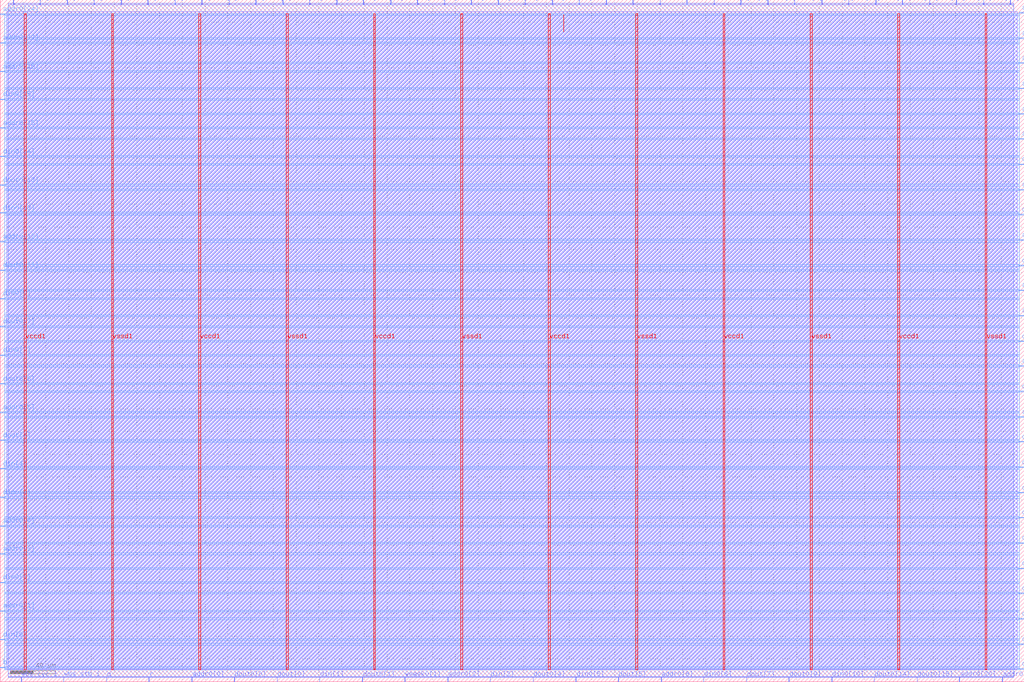
<source format=lef>
VERSION 5.7 ;
  NOWIREEXTENSIONATPIN ON ;
  DIVIDERCHAR "/" ;
  BUSBITCHARS "[]" ;
MACRO natalius_soc
  CLASS BLOCK ;
  FOREIGN natalius_soc ;
  ORIGIN 0.000 0.000 ;
  SIZE 900.000 BY 600.000 ;
  PIN addr0[0]
    DIRECTION INPUT ;
    USE SIGNAL ;
    PORT
      LAYER met2 ;
        RECT 168.450 0.000 168.730 4.000 ;
    END
  END addr0[0]
  PIN addr0[10]
    DIRECTION INPUT ;
    USE SIGNAL ;
    PORT
      LAYER met3 ;
        RECT 896.000 344.120 900.000 344.720 ;
    END
  END addr0[10]
  PIN addr0[11]
    DIRECTION INPUT ;
    USE SIGNAL ;
    PORT
      LAYER met3 ;
        RECT 896.000 388.320 900.000 388.920 ;
    END
  END addr0[11]
  PIN addr0[12]
    DIRECTION INPUT ;
    USE SIGNAL ;
    PORT
      LAYER met3 ;
        RECT 896.000 432.520 900.000 433.120 ;
    END
  END addr0[12]
  PIN addr0[13]
    DIRECTION INPUT ;
    USE SIGNAL ;
    PORT
      LAYER met3 ;
        RECT 0.000 386.960 4.000 387.560 ;
    END
  END addr0[13]
  PIN addr0[14]
    DIRECTION INPUT ;
    USE SIGNAL ;
    PORT
      LAYER met2 ;
        RECT 769.670 596.000 769.950 600.000 ;
    END
  END addr0[14]
  PIN addr0[15]
    DIRECTION INPUT ;
    USE SIGNAL ;
    PORT
      LAYER met3 ;
        RECT 0.000 486.920 4.000 487.520 ;
    END
  END addr0[15]
  PIN addr0[16]
    DIRECTION INPUT ;
    USE SIGNAL ;
    PORT
      LAYER met3 ;
        RECT 0.000 536.560 4.000 537.160 ;
    END
  END addr0[16]
  PIN addr0[17]
    DIRECTION INPUT ;
    USE SIGNAL ;
    PORT
      LAYER met3 ;
        RECT 0.000 561.720 4.000 562.320 ;
    END
  END addr0[17]
  PIN addr0[18]
    DIRECTION INPUT ;
    USE SIGNAL ;
    PORT
      LAYER met3 ;
        RECT 896.000 477.400 900.000 478.000 ;
    END
  END addr0[18]
  PIN addr0[19]
    DIRECTION INPUT ;
    USE SIGNAL ;
    PORT
      LAYER met2 ;
        RECT 793.130 596.000 793.410 600.000 ;
    END
  END addr0[19]
  PIN addr0[1]
    DIRECTION INPUT ;
    USE SIGNAL ;
    PORT
      LAYER met3 ;
        RECT 0.000 61.920 4.000 62.520 ;
    END
  END addr0[1]
  PIN addr0[20]
    DIRECTION INPUT ;
    USE SIGNAL ;
    PORT
      LAYER met2 ;
        RECT 843.270 0.000 843.550 4.000 ;
    END
  END addr0[20]
  PIN addr0[21]
    DIRECTION INPUT ;
    USE SIGNAL ;
    PORT
      LAYER met2 ;
        RECT 817.050 596.000 817.330 600.000 ;
    END
  END addr0[21]
  PIN addr0[22]
    DIRECTION INPUT ;
    USE SIGNAL ;
    PORT
      LAYER met2 ;
        RECT 840.510 596.000 840.790 600.000 ;
    END
  END addr0[22]
  PIN addr0[23]
    DIRECTION INPUT ;
    USE SIGNAL ;
    PORT
      LAYER met3 ;
        RECT 896.000 499.160 900.000 499.760 ;
    END
  END addr0[23]
  PIN addr0[24]
    DIRECTION INPUT ;
    USE SIGNAL ;
    PORT
      LAYER met3 ;
        RECT 0.000 586.880 4.000 587.480 ;
    END
  END addr0[24]
  PIN addr0[25]
    DIRECTION INPUT ;
    USE SIGNAL ;
    PORT
      LAYER met2 ;
        RECT 880.990 0.000 881.270 4.000 ;
    END
  END addr0[25]
  PIN addr0[26]
    DIRECTION INPUT ;
    USE SIGNAL ;
    PORT
      LAYER met3 ;
        RECT 896.000 521.600 900.000 522.200 ;
    END
  END addr0[26]
  PIN addr0[27]
    DIRECTION INPUT ;
    USE SIGNAL ;
    PORT
      LAYER met2 ;
        RECT 864.430 596.000 864.710 600.000 ;
    END
  END addr0[27]
  PIN addr0[28]
    DIRECTION INPUT ;
    USE SIGNAL ;
    PORT
      LAYER met3 ;
        RECT 896.000 544.040 900.000 544.640 ;
    END
  END addr0[28]
  PIN addr0[29]
    DIRECTION INPUT ;
    USE SIGNAL ;
    PORT
      LAYER met3 ;
        RECT 896.000 565.800 900.000 566.400 ;
    END
  END addr0[29]
  PIN addr0[2]
    DIRECTION INPUT ;
    USE SIGNAL ;
    PORT
      LAYER met2 ;
        RECT 393.390 0.000 393.670 4.000 ;
    END
  END addr0[2]
  PIN addr0[30]
    DIRECTION INPUT ;
    USE SIGNAL ;
    PORT
      LAYER met2 ;
        RECT 887.890 596.000 888.170 600.000 ;
    END
  END addr0[30]
  PIN addr0[31]
    DIRECTION INPUT ;
    USE SIGNAL ;
    PORT
      LAYER met3 ;
        RECT 896.000 588.240 900.000 588.840 ;
    END
  END addr0[31]
  PIN addr0[3]
    DIRECTION INPUT ;
    USE SIGNAL ;
    PORT
      LAYER met3 ;
        RECT 0.000 112.240 4.000 112.840 ;
    END
  END addr0[3]
  PIN addr0[4]
    DIRECTION INPUT ;
    USE SIGNAL ;
    PORT
      LAYER met3 ;
        RECT 0.000 136.720 4.000 137.320 ;
    END
  END addr0[4]
  PIN addr0[5]
    DIRECTION INPUT ;
    USE SIGNAL ;
    PORT
      LAYER met3 ;
        RECT 0.000 236.680 4.000 237.280 ;
    END
  END addr0[5]
  PIN addr0[6]
    DIRECTION INPUT ;
    USE SIGNAL ;
    PORT
      LAYER met2 ;
        RECT 581.070 0.000 581.350 4.000 ;
    END
  END addr0[6]
  PIN addr0[7]
    DIRECTION INPUT ;
    USE SIGNAL ;
    PORT
      LAYER met3 ;
        RECT 896.000 232.600 900.000 233.200 ;
    END
  END addr0[7]
  PIN addr0[8]
    DIRECTION INPUT ;
    USE SIGNAL ;
    PORT
      LAYER met3 ;
        RECT 896.000 277.480 900.000 278.080 ;
    END
  END addr0[8]
  PIN addr0[9]
    DIRECTION INPUT ;
    USE SIGNAL ;
    PORT
      LAYER met3 ;
        RECT 896.000 321.680 900.000 322.280 ;
    END
  END addr0[9]
  PIN b
    DIRECTION OUTPUT TRISTATE ;
    USE SIGNAL ;
    PORT
      LAYER met3 ;
        RECT 0.000 12.280 4.000 12.880 ;
    END
  END b
  PIN clk
    DIRECTION INPUT ;
    USE SIGNAL ;
    PORT
      LAYER met2 ;
        RECT 508.850 596.000 509.130 600.000 ;
    END
  END clk
  PIN din0[0]
    DIRECTION INPUT ;
    USE SIGNAL ;
    PORT
      LAYER met3 ;
        RECT 896.000 10.920 900.000 11.520 ;
    END
  END din0[0]
  PIN din0[10]
    DIRECTION INPUT ;
    USE SIGNAL ;
    PORT
      LAYER met2 ;
        RECT 731.030 0.000 731.310 4.000 ;
    END
  END din0[10]
  PIN din0[11]
    DIRECTION INPUT ;
    USE SIGNAL ;
    PORT
      LAYER met3 ;
        RECT 896.000 410.760 900.000 411.360 ;
    END
  END din0[11]
  PIN din0[12]
    DIRECTION INPUT ;
    USE SIGNAL ;
    PORT
      LAYER met2 ;
        RECT 745.750 596.000 746.030 600.000 ;
    END
  END din0[12]
  PIN din0[13]
    DIRECTION INPUT ;
    USE SIGNAL ;
    PORT
      LAYER met3 ;
        RECT 0.000 412.120 4.000 412.720 ;
    END
  END din0[13]
  PIN din0[14]
    DIRECTION INPUT ;
    USE SIGNAL ;
    PORT
      LAYER met3 ;
        RECT 0.000 461.760 4.000 462.360 ;
    END
  END din0[14]
  PIN din0[15]
    DIRECTION INPUT ;
    USE SIGNAL ;
    PORT
      LAYER met3 ;
        RECT 0.000 512.080 4.000 512.680 ;
    END
  END din0[15]
  PIN din0[1]
    DIRECTION INPUT ;
    USE SIGNAL ;
    PORT
      LAYER met3 ;
        RECT 0.000 87.080 4.000 87.680 ;
    END
  END din0[1]
  PIN din0[2]
    DIRECTION INPUT ;
    USE SIGNAL ;
    PORT
      LAYER met2 ;
        RECT 674.910 596.000 675.190 600.000 ;
    END
  END din0[2]
  PIN din0[3]
    DIRECTION INPUT ;
    USE SIGNAL ;
    PORT
      LAYER met3 ;
        RECT 896.000 77.560 900.000 78.160 ;
    END
  END din0[3]
  PIN din0[4]
    DIRECTION INPUT ;
    USE SIGNAL ;
    PORT
      LAYER met3 ;
        RECT 0.000 161.880 4.000 162.480 ;
    END
  END din0[4]
  PIN din0[5]
    DIRECTION INPUT ;
    USE SIGNAL ;
    PORT
      LAYER met2 ;
        RECT 506.090 0.000 506.370 4.000 ;
    END
  END din0[5]
  PIN din0[6]
    DIRECTION INPUT ;
    USE SIGNAL ;
    PORT
      LAYER met2 ;
        RECT 618.330 0.000 618.610 4.000 ;
    END
  END din0[6]
  PIN din0[7]
    DIRECTION INPUT ;
    USE SIGNAL ;
    PORT
      LAYER met3 ;
        RECT 0.000 287.000 4.000 287.600 ;
    END
  END din0[7]
  PIN din0[8]
    DIRECTION INPUT ;
    USE SIGNAL ;
    PORT
      LAYER met3 ;
        RECT 896.000 299.240 900.000 299.840 ;
    END
  END din0[8]
  PIN din0[9]
    DIRECTION INPUT ;
    USE SIGNAL ;
    PORT
      LAYER met3 ;
        RECT 0.000 336.640 4.000 337.240 ;
    END
  END din0[9]
  PIN din[0]
    DIRECTION INPUT ;
    USE SIGNAL ;
    PORT
      LAYER met3 ;
        RECT 0.000 36.760 4.000 37.360 ;
    END
  END din[0]
  PIN din[1]
    DIRECTION INPUT ;
    USE SIGNAL ;
    PORT
      LAYER met2 ;
        RECT 280.690 0.000 280.970 4.000 ;
    END
  END din[1]
  PIN din[2]
    DIRECTION INPUT ;
    USE SIGNAL ;
    PORT
      LAYER met2 ;
        RECT 430.650 0.000 430.930 4.000 ;
    END
  END din[2]
  PIN din[3]
    DIRECTION INPUT ;
    USE SIGNAL ;
    PORT
      LAYER met3 ;
        RECT 896.000 99.320 900.000 99.920 ;
    END
  END din[3]
  PIN din[4]
    DIRECTION INPUT ;
    USE SIGNAL ;
    PORT
      LAYER met3 ;
        RECT 0.000 187.040 4.000 187.640 ;
    END
  END din[4]
  PIN din[5]
    DIRECTION INPUT ;
    USE SIGNAL ;
    PORT
      LAYER met3 ;
        RECT 896.000 144.200 900.000 144.800 ;
    END
  END din[5]
  PIN din[6]
    DIRECTION INPUT ;
    USE SIGNAL ;
    PORT
      LAYER met3 ;
        RECT 896.000 188.400 900.000 189.000 ;
    END
  END din[6]
  PIN din[7]
    DIRECTION INPUT ;
    USE SIGNAL ;
    PORT
      LAYER met3 ;
        RECT 896.000 255.040 900.000 255.640 ;
    END
  END din[7]
  PIN dout0[0]
    DIRECTION OUTPUT TRISTATE ;
    USE SIGNAL ;
    PORT
      LAYER met2 ;
        RECT 205.710 0.000 205.990 4.000 ;
    END
  END dout0[0]
  PIN dout0[10]
    DIRECTION OUTPUT TRISTATE ;
    USE SIGNAL ;
    PORT
      LAYER met3 ;
        RECT 896.000 365.880 900.000 366.480 ;
    END
  END dout0[10]
  PIN dout0[11]
    DIRECTION OUTPUT TRISTATE ;
    USE SIGNAL ;
    PORT
      LAYER met3 ;
        RECT 0.000 361.800 4.000 362.400 ;
    END
  END dout0[11]
  PIN dout0[12]
    DIRECTION OUTPUT TRISTATE ;
    USE SIGNAL ;
    PORT
      LAYER met3 ;
        RECT 896.000 454.960 900.000 455.560 ;
    END
  END dout0[12]
  PIN dout0[13]
    DIRECTION OUTPUT TRISTATE ;
    USE SIGNAL ;
    PORT
      LAYER met3 ;
        RECT 0.000 436.600 4.000 437.200 ;
    END
  END dout0[13]
  PIN dout0[14]
    DIRECTION OUTPUT TRISTATE ;
    USE SIGNAL ;
    PORT
      LAYER met2 ;
        RECT 768.290 0.000 768.570 4.000 ;
    END
  END dout0[14]
  PIN dout0[15]
    DIRECTION OUTPUT TRISTATE ;
    USE SIGNAL ;
    PORT
      LAYER met2 ;
        RECT 806.010 0.000 806.290 4.000 ;
    END
  END dout0[15]
  PIN dout0[1]
    DIRECTION OUTPUT TRISTATE ;
    USE SIGNAL ;
    PORT
      LAYER met2 ;
        RECT 318.410 0.000 318.690 4.000 ;
    END
  END dout0[1]
  PIN dout0[2]
    DIRECTION OUTPUT TRISTATE ;
    USE SIGNAL ;
    PORT
      LAYER met3 ;
        RECT 896.000 32.680 900.000 33.280 ;
    END
  END dout0[2]
  PIN dout0[3]
    DIRECTION OUTPUT TRISTATE ;
    USE SIGNAL ;
    PORT
      LAYER met3 ;
        RECT 896.000 121.760 900.000 122.360 ;
    END
  END dout0[3]
  PIN dout0[4]
    DIRECTION OUTPUT TRISTATE ;
    USE SIGNAL ;
    PORT
      LAYER met2 ;
        RECT 468.370 0.000 468.650 4.000 ;
    END
  END dout0[4]
  PIN dout0[5]
    DIRECTION OUTPUT TRISTATE ;
    USE SIGNAL ;
    PORT
      LAYER met3 ;
        RECT 896.000 165.960 900.000 166.560 ;
    END
  END dout0[5]
  PIN dout0[6]
    DIRECTION OUTPUT TRISTATE ;
    USE SIGNAL ;
    PORT
      LAYER met3 ;
        RECT 0.000 261.840 4.000 262.440 ;
    END
  END dout0[6]
  PIN dout0[7]
    DIRECTION OUTPUT TRISTATE ;
    USE SIGNAL ;
    PORT
      LAYER met3 ;
        RECT 0.000 312.160 4.000 312.760 ;
    END
  END dout0[7]
  PIN dout0[8]
    DIRECTION OUTPUT TRISTATE ;
    USE SIGNAL ;
    PORT
      LAYER met2 ;
        RECT 722.290 596.000 722.570 600.000 ;
    END
  END dout0[8]
  PIN dout0[9]
    DIRECTION OUTPUT TRISTATE ;
    USE SIGNAL ;
    PORT
      LAYER met2 ;
        RECT 693.310 0.000 693.590 4.000 ;
    END
  END dout0[9]
  PIN dout[0]
    DIRECTION OUTPUT TRISTATE ;
    USE SIGNAL ;
    PORT
      LAYER met2 ;
        RECT 243.430 0.000 243.710 4.000 ;
    END
  END dout[0]
  PIN dout[1]
    DIRECTION OUTPUT TRISTATE ;
    USE SIGNAL ;
    PORT
      LAYER met2 ;
        RECT 650.990 596.000 651.270 600.000 ;
    END
  END dout[1]
  PIN dout[2]
    DIRECTION OUTPUT TRISTATE ;
    USE SIGNAL ;
    PORT
      LAYER met3 ;
        RECT 896.000 55.120 900.000 55.720 ;
    END
  END dout[2]
  PIN dout[3]
    DIRECTION OUTPUT TRISTATE ;
    USE SIGNAL ;
    PORT
      LAYER met2 ;
        RECT 698.370 596.000 698.650 600.000 ;
    END
  END dout[3]
  PIN dout[4]
    DIRECTION OUTPUT TRISTATE ;
    USE SIGNAL ;
    PORT
      LAYER met3 ;
        RECT 0.000 212.200 4.000 212.800 ;
    END
  END dout[4]
  PIN dout[5]
    DIRECTION OUTPUT TRISTATE ;
    USE SIGNAL ;
    PORT
      LAYER met2 ;
        RECT 543.350 0.000 543.630 4.000 ;
    END
  END dout[5]
  PIN dout[6]
    DIRECTION OUTPUT TRISTATE ;
    USE SIGNAL ;
    PORT
      LAYER met3 ;
        RECT 896.000 210.840 900.000 211.440 ;
    END
  END dout[6]
  PIN dout[7]
    DIRECTION OUTPUT TRISTATE ;
    USE SIGNAL ;
    PORT
      LAYER met2 ;
        RECT 656.050 0.000 656.330 4.000 ;
    END
  END dout[7]
  PIN g
    DIRECTION OUTPUT TRISTATE ;
    USE SIGNAL ;
    PORT
      LAYER met2 ;
        RECT 93.470 0.000 93.750 4.000 ;
    END
  END g
  PIN hs
    DIRECTION OUTPUT TRISTATE ;
    USE SIGNAL ;
    PORT
      LAYER met2 ;
        RECT 532.770 596.000 533.050 600.000 ;
    END
  END hs
  PIN io_oeb[0]
    DIRECTION OUTPUT TRISTATE ;
    USE SIGNAL ;
    PORT
      LAYER met2 ;
        RECT 11.590 596.000 11.870 600.000 ;
    END
  END io_oeb[0]
  PIN io_oeb[10]
    DIRECTION OUTPUT TRISTATE ;
    USE SIGNAL ;
    PORT
      LAYER met2 ;
        RECT 248.490 596.000 248.770 600.000 ;
    END
  END io_oeb[10]
  PIN io_oeb[11]
    DIRECTION OUTPUT TRISTATE ;
    USE SIGNAL ;
    PORT
      LAYER met2 ;
        RECT 271.950 596.000 272.230 600.000 ;
    END
  END io_oeb[11]
  PIN io_oeb[12]
    DIRECTION OUTPUT TRISTATE ;
    USE SIGNAL ;
    PORT
      LAYER met2 ;
        RECT 295.870 596.000 296.150 600.000 ;
    END
  END io_oeb[12]
  PIN io_oeb[13]
    DIRECTION OUTPUT TRISTATE ;
    USE SIGNAL ;
    PORT
      LAYER met2 ;
        RECT 319.330 596.000 319.610 600.000 ;
    END
  END io_oeb[13]
  PIN io_oeb[14]
    DIRECTION OUTPUT TRISTATE ;
    USE SIGNAL ;
    PORT
      LAYER met2 ;
        RECT 343.250 596.000 343.530 600.000 ;
    END
  END io_oeb[14]
  PIN io_oeb[15]
    DIRECTION OUTPUT TRISTATE ;
    USE SIGNAL ;
    PORT
      LAYER met2 ;
        RECT 366.710 596.000 366.990 600.000 ;
    END
  END io_oeb[15]
  PIN io_oeb[16]
    DIRECTION OUTPUT TRISTATE ;
    USE SIGNAL ;
    PORT
      LAYER met2 ;
        RECT 390.630 596.000 390.910 600.000 ;
    END
  END io_oeb[16]
  PIN io_oeb[17]
    DIRECTION OUTPUT TRISTATE ;
    USE SIGNAL ;
    PORT
      LAYER met2 ;
        RECT 414.090 596.000 414.370 600.000 ;
    END
  END io_oeb[17]
  PIN io_oeb[18]
    DIRECTION OUTPUT TRISTATE ;
    USE SIGNAL ;
    PORT
      LAYER met2 ;
        RECT 438.010 596.000 438.290 600.000 ;
    END
  END io_oeb[18]
  PIN io_oeb[19]
    DIRECTION OUTPUT TRISTATE ;
    USE SIGNAL ;
    PORT
      LAYER met2 ;
        RECT 461.470 596.000 461.750 600.000 ;
    END
  END io_oeb[19]
  PIN io_oeb[1]
    DIRECTION OUTPUT TRISTATE ;
    USE SIGNAL ;
    PORT
      LAYER met2 ;
        RECT 35.050 596.000 35.330 600.000 ;
    END
  END io_oeb[1]
  PIN io_oeb[20]
    DIRECTION OUTPUT TRISTATE ;
    USE SIGNAL ;
    PORT
      LAYER met2 ;
        RECT 485.390 596.000 485.670 600.000 ;
    END
  END io_oeb[20]
  PIN io_oeb[2]
    DIRECTION OUTPUT TRISTATE ;
    USE SIGNAL ;
    PORT
      LAYER met2 ;
        RECT 58.970 596.000 59.250 600.000 ;
    END
  END io_oeb[2]
  PIN io_oeb[3]
    DIRECTION OUTPUT TRISTATE ;
    USE SIGNAL ;
    PORT
      LAYER met2 ;
        RECT 82.430 596.000 82.710 600.000 ;
    END
  END io_oeb[3]
  PIN io_oeb[4]
    DIRECTION OUTPUT TRISTATE ;
    USE SIGNAL ;
    PORT
      LAYER met2 ;
        RECT 106.350 596.000 106.630 600.000 ;
    END
  END io_oeb[4]
  PIN io_oeb[5]
    DIRECTION OUTPUT TRISTATE ;
    USE SIGNAL ;
    PORT
      LAYER met2 ;
        RECT 129.810 596.000 130.090 600.000 ;
    END
  END io_oeb[5]
  PIN io_oeb[6]
    DIRECTION OUTPUT TRISTATE ;
    USE SIGNAL ;
    PORT
      LAYER met2 ;
        RECT 153.730 596.000 154.010 600.000 ;
    END
  END io_oeb[6]
  PIN io_oeb[7]
    DIRECTION OUTPUT TRISTATE ;
    USE SIGNAL ;
    PORT
      LAYER met2 ;
        RECT 177.190 596.000 177.470 600.000 ;
    END
  END io_oeb[7]
  PIN io_oeb[8]
    DIRECTION OUTPUT TRISTATE ;
    USE SIGNAL ;
    PORT
      LAYER met2 ;
        RECT 201.110 596.000 201.390 600.000 ;
    END
  END io_oeb[8]
  PIN io_oeb[9]
    DIRECTION OUTPUT TRISTATE ;
    USE SIGNAL ;
    PORT
      LAYER met2 ;
        RECT 224.570 596.000 224.850 600.000 ;
    END
  END io_oeb[9]
  PIN r
    DIRECTION OUTPUT TRISTATE ;
    USE SIGNAL ;
    PORT
      LAYER met2 ;
        RECT 130.730 0.000 131.010 4.000 ;
    END
  END r
  PIN rst
    DIRECTION INPUT ;
    USE SIGNAL ;
    PORT
      LAYER met2 ;
        RECT 556.230 596.000 556.510 600.000 ;
    END
  END rst
  PIN vccd1
    DIRECTION INPUT ;
    USE POWER ;
    PORT
      LAYER met4 ;
        RECT 21.040 10.640 22.640 587.760 ;
    END
    PORT
      LAYER met4 ;
        RECT 174.640 10.640 176.240 587.760 ;
    END
    PORT
      LAYER met4 ;
        RECT 328.240 10.640 329.840 587.760 ;
    END
    PORT
      LAYER met4 ;
        RECT 481.840 10.640 483.440 587.760 ;
    END
    PORT
      LAYER met4 ;
        RECT 635.440 10.640 637.040 587.760 ;
    END
    PORT
      LAYER met4 ;
        RECT 789.040 10.640 790.640 587.760 ;
    END
  END vccd1
  PIN vs
    DIRECTION OUTPUT TRISTATE ;
    USE SIGNAL ;
    PORT
      LAYER met2 ;
        RECT 580.150 596.000 580.430 600.000 ;
    END
  END vs
  PIN vssd1
    DIRECTION INPUT ;
    USE GROUND ;
    PORT
      LAYER met4 ;
        RECT 97.840 10.640 99.440 587.760 ;
    END
    PORT
      LAYER met4 ;
        RECT 251.440 10.640 253.040 587.760 ;
    END
    PORT
      LAYER met4 ;
        RECT 405.040 10.640 406.640 587.760 ;
    END
    PORT
      LAYER met4 ;
        RECT 558.640 10.640 560.240 587.760 ;
    END
    PORT
      LAYER met4 ;
        RECT 712.240 10.640 713.840 587.760 ;
    END
    PORT
      LAYER met4 ;
        RECT 865.840 10.640 867.440 587.760 ;
    END
  END vssd1
  PIN wbs_cyc_i
    DIRECTION INPUT ;
    USE SIGNAL ;
    PORT
      LAYER met2 ;
        RECT 18.490 0.000 18.770 4.000 ;
    END
  END wbs_cyc_i
  PIN wbs_stb_i
    DIRECTION INPUT ;
    USE SIGNAL ;
    PORT
      LAYER met2 ;
        RECT 55.750 0.000 56.030 4.000 ;
    END
  END wbs_stb_i
  PIN web
    DIRECTION INPUT ;
    USE SIGNAL ;
    PORT
      LAYER met2 ;
        RECT 603.610 596.000 603.890 600.000 ;
    END
  END web
  PIN wmask0[0]
    DIRECTION INPUT ;
    USE SIGNAL ;
    PORT
      LAYER met2 ;
        RECT 627.530 596.000 627.810 600.000 ;
    END
  END wmask0[0]
  PIN wmask0[1]
    DIRECTION INPUT ;
    USE SIGNAL ;
    PORT
      LAYER met2 ;
        RECT 355.670 0.000 355.950 4.000 ;
    END
  END wmask0[1]
  OBS
      LAYER li1 ;
        RECT 5.520 10.795 894.240 587.605 ;
      LAYER met1 ;
        RECT 5.520 10.640 894.240 589.520 ;
      LAYER met2 ;
        RECT 6.990 595.720 11.310 596.770 ;
        RECT 12.150 595.720 34.770 596.770 ;
        RECT 35.610 595.720 58.690 596.770 ;
        RECT 59.530 595.720 82.150 596.770 ;
        RECT 82.990 595.720 106.070 596.770 ;
        RECT 106.910 595.720 129.530 596.770 ;
        RECT 130.370 595.720 153.450 596.770 ;
        RECT 154.290 595.720 176.910 596.770 ;
        RECT 177.750 595.720 200.830 596.770 ;
        RECT 201.670 595.720 224.290 596.770 ;
        RECT 225.130 595.720 248.210 596.770 ;
        RECT 249.050 595.720 271.670 596.770 ;
        RECT 272.510 595.720 295.590 596.770 ;
        RECT 296.430 595.720 319.050 596.770 ;
        RECT 319.890 595.720 342.970 596.770 ;
        RECT 343.810 595.720 366.430 596.770 ;
        RECT 367.270 595.720 390.350 596.770 ;
        RECT 391.190 595.720 413.810 596.770 ;
        RECT 414.650 595.720 437.730 596.770 ;
        RECT 438.570 595.720 461.190 596.770 ;
        RECT 462.030 595.720 485.110 596.770 ;
        RECT 485.950 595.720 508.570 596.770 ;
        RECT 509.410 595.720 532.490 596.770 ;
        RECT 533.330 595.720 555.950 596.770 ;
        RECT 556.790 595.720 579.870 596.770 ;
        RECT 580.710 595.720 603.330 596.770 ;
        RECT 604.170 595.720 627.250 596.770 ;
        RECT 628.090 595.720 650.710 596.770 ;
        RECT 651.550 595.720 674.630 596.770 ;
        RECT 675.470 595.720 698.090 596.770 ;
        RECT 698.930 595.720 722.010 596.770 ;
        RECT 722.850 595.720 745.470 596.770 ;
        RECT 746.310 595.720 769.390 596.770 ;
        RECT 770.230 595.720 792.850 596.770 ;
        RECT 793.690 595.720 816.770 596.770 ;
        RECT 817.610 595.720 840.230 596.770 ;
        RECT 841.070 595.720 864.150 596.770 ;
        RECT 864.990 595.720 887.610 596.770 ;
        RECT 888.450 595.720 890.930 596.770 ;
        RECT 6.990 4.280 890.930 595.720 ;
        RECT 6.990 4.000 18.210 4.280 ;
        RECT 19.050 4.000 55.470 4.280 ;
        RECT 56.310 4.000 93.190 4.280 ;
        RECT 94.030 4.000 130.450 4.280 ;
        RECT 131.290 4.000 168.170 4.280 ;
        RECT 169.010 4.000 205.430 4.280 ;
        RECT 206.270 4.000 243.150 4.280 ;
        RECT 243.990 4.000 280.410 4.280 ;
        RECT 281.250 4.000 318.130 4.280 ;
        RECT 318.970 4.000 355.390 4.280 ;
        RECT 356.230 4.000 393.110 4.280 ;
        RECT 393.950 4.000 430.370 4.280 ;
        RECT 431.210 4.000 468.090 4.280 ;
        RECT 468.930 4.000 505.810 4.280 ;
        RECT 506.650 4.000 543.070 4.280 ;
        RECT 543.910 4.000 580.790 4.280 ;
        RECT 581.630 4.000 618.050 4.280 ;
        RECT 618.890 4.000 655.770 4.280 ;
        RECT 656.610 4.000 693.030 4.280 ;
        RECT 693.870 4.000 730.750 4.280 ;
        RECT 731.590 4.000 768.010 4.280 ;
        RECT 768.850 4.000 805.730 4.280 ;
        RECT 806.570 4.000 842.990 4.280 ;
        RECT 843.830 4.000 880.710 4.280 ;
        RECT 881.550 4.000 890.930 4.280 ;
      LAYER met3 ;
        RECT 4.400 586.480 896.000 587.685 ;
        RECT 4.000 566.800 896.000 586.480 ;
        RECT 4.000 565.400 895.600 566.800 ;
        RECT 4.000 562.720 896.000 565.400 ;
        RECT 4.400 561.320 896.000 562.720 ;
        RECT 4.000 545.040 896.000 561.320 ;
        RECT 4.000 543.640 895.600 545.040 ;
        RECT 4.000 537.560 896.000 543.640 ;
        RECT 4.400 536.160 896.000 537.560 ;
        RECT 4.000 522.600 896.000 536.160 ;
        RECT 4.000 521.200 895.600 522.600 ;
        RECT 4.000 513.080 896.000 521.200 ;
        RECT 4.400 511.680 896.000 513.080 ;
        RECT 4.000 500.160 896.000 511.680 ;
        RECT 4.000 498.760 895.600 500.160 ;
        RECT 4.000 487.920 896.000 498.760 ;
        RECT 4.400 486.520 896.000 487.920 ;
        RECT 4.000 478.400 896.000 486.520 ;
        RECT 4.000 477.000 895.600 478.400 ;
        RECT 4.000 462.760 896.000 477.000 ;
        RECT 4.400 461.360 896.000 462.760 ;
        RECT 4.000 455.960 896.000 461.360 ;
        RECT 4.000 454.560 895.600 455.960 ;
        RECT 4.000 437.600 896.000 454.560 ;
        RECT 4.400 436.200 896.000 437.600 ;
        RECT 4.000 433.520 896.000 436.200 ;
        RECT 4.000 432.120 895.600 433.520 ;
        RECT 4.000 413.120 896.000 432.120 ;
        RECT 4.400 411.760 896.000 413.120 ;
        RECT 4.400 411.720 895.600 411.760 ;
        RECT 4.000 410.360 895.600 411.720 ;
        RECT 4.000 389.320 896.000 410.360 ;
        RECT 4.000 387.960 895.600 389.320 ;
        RECT 4.400 387.920 895.600 387.960 ;
        RECT 4.400 386.560 896.000 387.920 ;
        RECT 4.000 366.880 896.000 386.560 ;
        RECT 4.000 365.480 895.600 366.880 ;
        RECT 4.000 362.800 896.000 365.480 ;
        RECT 4.400 361.400 896.000 362.800 ;
        RECT 4.000 345.120 896.000 361.400 ;
        RECT 4.000 343.720 895.600 345.120 ;
        RECT 4.000 337.640 896.000 343.720 ;
        RECT 4.400 336.240 896.000 337.640 ;
        RECT 4.000 322.680 896.000 336.240 ;
        RECT 4.000 321.280 895.600 322.680 ;
        RECT 4.000 313.160 896.000 321.280 ;
        RECT 4.400 311.760 896.000 313.160 ;
        RECT 4.000 300.240 896.000 311.760 ;
        RECT 4.000 298.840 895.600 300.240 ;
        RECT 4.000 288.000 896.000 298.840 ;
        RECT 4.400 286.600 896.000 288.000 ;
        RECT 4.000 278.480 896.000 286.600 ;
        RECT 4.000 277.080 895.600 278.480 ;
        RECT 4.000 262.840 896.000 277.080 ;
        RECT 4.400 261.440 896.000 262.840 ;
        RECT 4.000 256.040 896.000 261.440 ;
        RECT 4.000 254.640 895.600 256.040 ;
        RECT 4.000 237.680 896.000 254.640 ;
        RECT 4.400 236.280 896.000 237.680 ;
        RECT 4.000 233.600 896.000 236.280 ;
        RECT 4.000 232.200 895.600 233.600 ;
        RECT 4.000 213.200 896.000 232.200 ;
        RECT 4.400 211.840 896.000 213.200 ;
        RECT 4.400 211.800 895.600 211.840 ;
        RECT 4.000 210.440 895.600 211.800 ;
        RECT 4.000 189.400 896.000 210.440 ;
        RECT 4.000 188.040 895.600 189.400 ;
        RECT 4.400 188.000 895.600 188.040 ;
        RECT 4.400 186.640 896.000 188.000 ;
        RECT 4.000 166.960 896.000 186.640 ;
        RECT 4.000 165.560 895.600 166.960 ;
        RECT 4.000 162.880 896.000 165.560 ;
        RECT 4.400 161.480 896.000 162.880 ;
        RECT 4.000 145.200 896.000 161.480 ;
        RECT 4.000 143.800 895.600 145.200 ;
        RECT 4.000 137.720 896.000 143.800 ;
        RECT 4.400 136.320 896.000 137.720 ;
        RECT 4.000 122.760 896.000 136.320 ;
        RECT 4.000 121.360 895.600 122.760 ;
        RECT 4.000 113.240 896.000 121.360 ;
        RECT 4.400 111.840 896.000 113.240 ;
        RECT 4.000 100.320 896.000 111.840 ;
        RECT 4.000 98.920 895.600 100.320 ;
        RECT 4.000 88.080 896.000 98.920 ;
        RECT 4.400 86.680 896.000 88.080 ;
        RECT 4.000 78.560 896.000 86.680 ;
        RECT 4.000 77.160 895.600 78.560 ;
        RECT 4.000 62.920 896.000 77.160 ;
        RECT 4.400 61.520 896.000 62.920 ;
        RECT 4.000 56.120 896.000 61.520 ;
        RECT 4.000 54.720 895.600 56.120 ;
        RECT 4.000 37.760 896.000 54.720 ;
        RECT 4.400 36.360 896.000 37.760 ;
        RECT 4.000 33.680 896.000 36.360 ;
        RECT 4.000 32.280 895.600 33.680 ;
        RECT 4.000 13.280 896.000 32.280 ;
        RECT 4.400 11.920 896.000 13.280 ;
        RECT 4.400 11.880 895.600 11.920 ;
        RECT 4.000 10.715 895.600 11.880 ;
      LAYER met4 ;
        RECT 495.255 572.055 495.585 586.665 ;
  END
END natalius_soc
END LIBRARY


</source>
